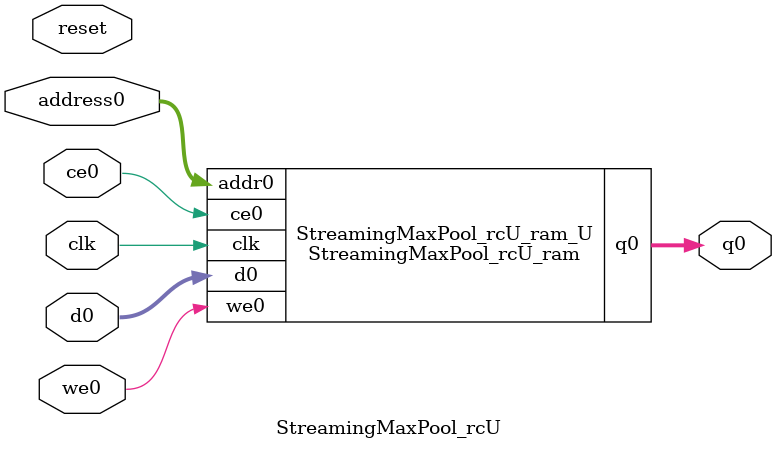
<source format=v>

`timescale 1 ns / 1 ps
module StreamingMaxPool_rcU_ram (addr0, ce0, d0, we0, q0,  clk);

parameter DWIDTH = 2;
parameter AWIDTH = 4;
parameter MEM_SIZE = 14;

input[AWIDTH-1:0] addr0;
input ce0;
input[DWIDTH-1:0] d0;
input we0;
output reg[DWIDTH-1:0] q0;
input clk;

(* ram_style = "distributed" *)reg [DWIDTH-1:0] ram[0:MEM_SIZE-1];




always @(posedge clk)  
begin 
    if (ce0) 
    begin
        if (we0) 
        begin 
            ram[addr0] <= d0; 
            q0 <= d0;
        end 
        else 
            q0 <= ram[addr0];
    end
end


endmodule


`timescale 1 ns / 1 ps
module StreamingMaxPool_rcU(
    reset,
    clk,
    address0,
    ce0,
    we0,
    d0,
    q0);

parameter DataWidth = 32'd2;
parameter AddressRange = 32'd14;
parameter AddressWidth = 32'd4;
input reset;
input clk;
input[AddressWidth - 1:0] address0;
input ce0;
input we0;
input[DataWidth - 1:0] d0;
output[DataWidth - 1:0] q0;



StreamingMaxPool_rcU_ram StreamingMaxPool_rcU_ram_U(
    .clk( clk ),
    .addr0( address0 ),
    .ce0( ce0 ),
    .we0( we0 ),
    .d0( d0 ),
    .q0( q0 ));

endmodule


</source>
